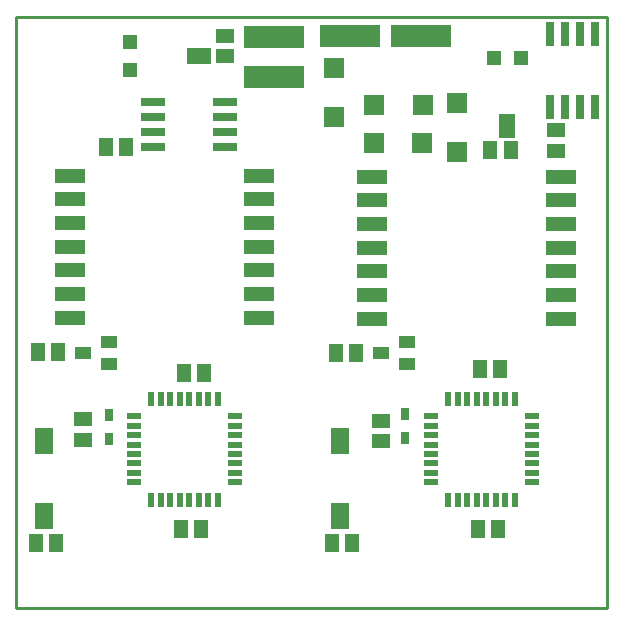
<source format=gtp>
G75*
G70*
%OFA0B0*%
%FSLAX24Y24*%
%IPPOS*%
%LPD*%
%AMOC8*
5,1,8,0,0,1.08239X$1,22.5*
%
%ADD10C,0.0100*%
%ADD11R,0.0591X0.0512*%
%ADD12R,0.1000X0.0500*%
%ADD13R,0.0220X0.0500*%
%ADD14R,0.0500X0.0220*%
%ADD15R,0.0800X0.0260*%
%ADD16R,0.0512X0.0591*%
%ADD17R,0.0551X0.0394*%
%ADD18R,0.0315X0.0394*%
%ADD19R,0.0630X0.0906*%
%ADD20R,0.0512X0.0512*%
%ADD21R,0.0787X0.0552*%
%ADD22R,0.2000X0.0720*%
%ADD23R,0.0260X0.0800*%
%ADD24R,0.0552X0.0787*%
%ADD25R,0.0709X0.0669*%
%ADD26R,0.0669X0.0709*%
D10*
X001167Y000456D02*
X001167Y020131D01*
X020842Y020131D01*
X020842Y020156D01*
X020842Y020131D02*
X020842Y000456D01*
X001167Y000456D01*
D11*
X003401Y006060D03*
X003401Y006729D03*
X013317Y006691D03*
X013317Y006021D03*
X019167Y015691D03*
X019167Y016361D03*
X008117Y018841D03*
X008117Y019511D03*
D12*
X009247Y014852D03*
X009247Y014064D03*
X009247Y013277D03*
X009247Y012490D03*
X009247Y011702D03*
X009247Y010915D03*
X009247Y010127D03*
X013017Y010094D03*
X013017Y010881D03*
X013017Y011669D03*
X013017Y012456D03*
X013017Y013244D03*
X013017Y014031D03*
X013017Y014818D03*
X019316Y014818D03*
X019316Y014031D03*
X019316Y013244D03*
X019316Y012456D03*
X019316Y011669D03*
X019316Y010881D03*
X019316Y010094D03*
X002948Y010127D03*
X002948Y010915D03*
X002948Y011702D03*
X002948Y012490D03*
X002948Y013277D03*
X002948Y014064D03*
X002948Y014852D03*
D13*
X005670Y007425D03*
X005985Y007425D03*
X006300Y007425D03*
X006615Y007425D03*
X006930Y007425D03*
X007245Y007425D03*
X007560Y007425D03*
X007875Y007425D03*
X007875Y004045D03*
X007560Y004045D03*
X007245Y004045D03*
X006930Y004045D03*
X006615Y004045D03*
X006300Y004045D03*
X005985Y004045D03*
X005670Y004045D03*
X015570Y004045D03*
X015885Y004045D03*
X016200Y004045D03*
X016515Y004045D03*
X016830Y004045D03*
X017145Y004045D03*
X017460Y004045D03*
X017775Y004045D03*
X017775Y007425D03*
X017460Y007425D03*
X017145Y007425D03*
X016830Y007425D03*
X016515Y007425D03*
X016200Y007425D03*
X015885Y007425D03*
X015570Y007425D03*
D14*
X014983Y006837D03*
X014983Y006522D03*
X014983Y006207D03*
X014983Y005892D03*
X014983Y005577D03*
X014983Y005262D03*
X014983Y004947D03*
X014983Y004632D03*
X018363Y004632D03*
X018363Y004947D03*
X018363Y005262D03*
X018363Y005577D03*
X018363Y005892D03*
X018363Y006207D03*
X018363Y006522D03*
X018363Y006837D03*
X008463Y006837D03*
X008463Y006522D03*
X008463Y006207D03*
X008463Y005892D03*
X008463Y005577D03*
X008463Y005262D03*
X008463Y004947D03*
X008463Y004632D03*
X005083Y004632D03*
X005083Y004947D03*
X005083Y005262D03*
X005083Y005577D03*
X005083Y005892D03*
X005083Y006207D03*
X005083Y006522D03*
X005083Y006837D03*
D15*
X005717Y015796D03*
X005717Y016296D03*
X005717Y016796D03*
X005717Y017296D03*
X008137Y017296D03*
X008137Y016796D03*
X008137Y016296D03*
X008137Y015796D03*
D16*
X004811Y015796D03*
X004142Y015796D03*
X002551Y008976D03*
X001882Y008976D03*
X006752Y008286D03*
X007421Y008286D03*
X011832Y008936D03*
X012501Y008936D03*
X016632Y008406D03*
X017301Y008406D03*
X017221Y003066D03*
X016552Y003066D03*
X012351Y002606D03*
X011682Y002606D03*
X007321Y003066D03*
X006652Y003066D03*
X002491Y002606D03*
X001822Y002606D03*
X016972Y015706D03*
X017641Y015706D03*
D17*
X014200Y009320D03*
X014200Y008572D03*
X013334Y008946D03*
X004260Y008572D03*
X004260Y009320D03*
X003394Y008946D03*
D18*
X004257Y006870D03*
X004257Y006082D03*
X014117Y006112D03*
X014117Y006900D03*
D19*
X011967Y005996D03*
X011967Y003516D03*
X002097Y003516D03*
X002097Y005996D03*
D20*
X004967Y018393D03*
X004967Y019299D03*
X017084Y018786D03*
X017989Y018786D03*
D21*
X007242Y018846D03*
D22*
X009747Y019476D03*
X009747Y018136D03*
X012277Y019516D03*
X014657Y019506D03*
D23*
X018947Y019576D03*
X019447Y019576D03*
X019947Y019576D03*
X020447Y019576D03*
X020447Y017156D03*
X019947Y017156D03*
X019447Y017156D03*
X018947Y017156D03*
D24*
X017537Y016511D03*
D25*
X014704Y015936D03*
X014714Y017226D03*
X013100Y017226D03*
X013090Y015936D03*
D26*
X011757Y016819D03*
X011757Y018433D03*
X015867Y017263D03*
X015867Y015649D03*
M02*

</source>
